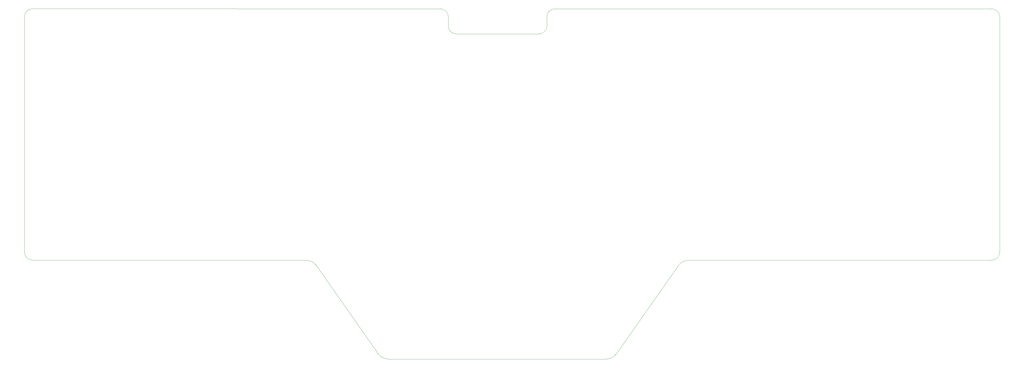
<source format=gbr>
%TF.GenerationSoftware,KiCad,Pcbnew,(6.0.10)*%
%TF.CreationDate,2023-02-11T23:58:45+13:00*%
%TF.ProjectId,orthoCode,6f727468-6f43-46f6-9465-2e6b69636164,rev?*%
%TF.SameCoordinates,Original*%
%TF.FileFunction,Profile,NP*%
%FSLAX46Y46*%
G04 Gerber Fmt 4.6, Leading zero omitted, Abs format (unit mm)*
G04 Created by KiCad (PCBNEW (6.0.10)) date 2023-02-11 23:58:45*
%MOMM*%
%LPD*%
G01*
G04 APERTURE LIST*
%TA.AperFunction,Profile*%
%ADD10C,0.050000*%
%TD*%
G04 APERTURE END LIST*
D10*
X386978680Y-151999980D02*
G75*
G03*
X389978680Y-149000000I20J2999980D01*
G01*
X184200000Y-64400000D02*
G75*
G03*
X187200000Y-67400000I3000000J0D01*
G01*
X274000001Y-152007245D02*
G75*
G03*
X270000000Y-154000000I101099J-5213855D01*
G01*
X29000000Y-152000000D02*
X131000000Y-152007217D01*
X243000000Y-189000001D02*
X161900799Y-189000000D01*
X218000000Y-67400000D02*
G75*
G03*
X221000000Y-64400000I0J3000000D01*
G01*
X29000000Y-57978680D02*
G75*
G03*
X26000000Y-60978680I0J-3000000D01*
G01*
X26000000Y-60978680D02*
X26000000Y-149000000D01*
X270000000Y-154000000D02*
X246900799Y-187000601D01*
X187200000Y-67400000D02*
X218000000Y-67400000D01*
X221000000Y-61000000D02*
X221000000Y-64400000D01*
X389978680Y-61000000D02*
X389978680Y-149000000D01*
X26000000Y-149000000D02*
G75*
G03*
X29000000Y-152000000I3000000J0D01*
G01*
X184199980Y-61000000D02*
G75*
G03*
X181200000Y-58000000I-2999980J20D01*
G01*
X181200000Y-58000000D02*
X29000000Y-57978680D01*
X184200000Y-61000000D02*
X184200000Y-64400000D01*
X386978680Y-152000000D02*
X274000000Y-152007217D01*
X243000000Y-189000001D02*
G75*
G03*
X246900799Y-187000601I-100001J5000001D01*
G01*
X158000000Y-187000600D02*
G75*
G03*
X161900799Y-189000000I4000800J3000600D01*
G01*
X386978680Y-58000000D02*
X224000000Y-58000000D01*
X135000000Y-154000000D02*
X158000000Y-187000600D01*
X389978680Y-61000000D02*
G75*
G03*
X386978680Y-58000000I-2999980J20D01*
G01*
X224000000Y-57999980D02*
G75*
G03*
X221000000Y-61000000I0J-3000000D01*
G01*
X134999992Y-154000006D02*
G75*
G03*
X131000000Y-152007217I-4101092J-3220994D01*
G01*
M02*

</source>
